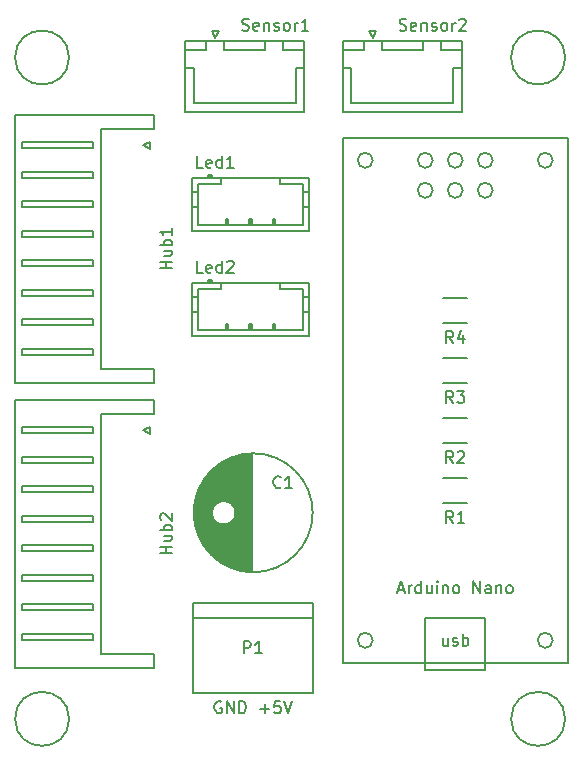
<source format=gbr>
G04 #@! TF.FileFunction,Legend,Top*
%FSLAX46Y46*%
G04 Gerber Fmt 4.6, Leading zero omitted, Abs format (unit mm)*
G04 Created by KiCad (PCBNEW 4.0.3+e1-6302~38~ubuntu15.04.1-stable) date Sat Aug 27 17:27:27 2016*
%MOMM*%
%LPD*%
G01*
G04 APERTURE LIST*
%ADD10C,0.100000*%
%ADD11C,0.150000*%
G04 APERTURE END LIST*
D10*
D11*
X74168334Y-98560000D02*
X74073096Y-98512381D01*
X73930239Y-98512381D01*
X73787381Y-98560000D01*
X73692143Y-98655238D01*
X73644524Y-98750476D01*
X73596905Y-98940952D01*
X73596905Y-99083810D01*
X73644524Y-99274286D01*
X73692143Y-99369524D01*
X73787381Y-99464762D01*
X73930239Y-99512381D01*
X74025477Y-99512381D01*
X74168334Y-99464762D01*
X74215953Y-99417143D01*
X74215953Y-99083810D01*
X74025477Y-99083810D01*
X74644524Y-99512381D02*
X74644524Y-98512381D01*
X75215953Y-99512381D01*
X75215953Y-98512381D01*
X75692143Y-99512381D02*
X75692143Y-98512381D01*
X75930238Y-98512381D01*
X76073096Y-98560000D01*
X76168334Y-98655238D01*
X76215953Y-98750476D01*
X76263572Y-98940952D01*
X76263572Y-99083810D01*
X76215953Y-99274286D01*
X76168334Y-99369524D01*
X76073096Y-99464762D01*
X75930238Y-99512381D01*
X75692143Y-99512381D01*
X77454048Y-99131429D02*
X78215953Y-99131429D01*
X77835001Y-99512381D02*
X77835001Y-98750476D01*
X79168334Y-98512381D02*
X78692143Y-98512381D01*
X78644524Y-98988571D01*
X78692143Y-98940952D01*
X78787381Y-98893333D01*
X79025477Y-98893333D01*
X79120715Y-98940952D01*
X79168334Y-98988571D01*
X79215953Y-99083810D01*
X79215953Y-99321905D01*
X79168334Y-99417143D01*
X79120715Y-99464762D01*
X79025477Y-99512381D01*
X78787381Y-99512381D01*
X78692143Y-99464762D01*
X78644524Y-99417143D01*
X79501667Y-98512381D02*
X79835000Y-99512381D01*
X80168334Y-98512381D01*
X84455000Y-50800000D02*
X103505000Y-50800000D01*
X103505000Y-50800000D02*
X103505000Y-95250000D01*
X103505000Y-95250000D02*
X84455000Y-95250000D01*
X84455000Y-95250000D02*
X84455000Y-50800000D01*
X86995000Y-93345000D02*
G75*
G03X86995000Y-93345000I-635000J0D01*
G01*
X102235000Y-93345000D02*
G75*
G03X102235000Y-93345000I-635000J0D01*
G01*
X86995000Y-52705000D02*
G75*
G03X86995000Y-52705000I-635000J0D01*
G01*
X102235000Y-52705000D02*
G75*
G03X102235000Y-52705000I-635000J0D01*
G01*
X92075000Y-52705000D02*
G75*
G03X92075000Y-52705000I-635000J0D01*
G01*
X92075000Y-55245000D02*
G75*
G03X92075000Y-55245000I-635000J0D01*
G01*
X97155000Y-55245000D02*
G75*
G03X97155000Y-55245000I-635000J0D01*
G01*
X97155000Y-52705000D02*
G75*
G03X97155000Y-52705000I-635000J0D01*
G01*
X94615000Y-52705000D02*
G75*
G03X94615000Y-52705000I-635000J0D01*
G01*
X94615000Y-55245000D02*
G75*
G03X94615000Y-55245000I-635000J0D01*
G01*
X96520000Y-91440000D02*
X91440000Y-91440000D01*
X91440000Y-95885000D02*
X96520000Y-95885000D01*
X91440000Y-95885000D02*
X91440000Y-91440000D01*
X96520000Y-91440000D02*
X96520000Y-95885000D01*
X76800000Y-87549000D02*
X76800000Y-77551000D01*
X76660000Y-87545000D02*
X76660000Y-77555000D01*
X76520000Y-87537000D02*
X76520000Y-77563000D01*
X76380000Y-87525000D02*
X76380000Y-77575000D01*
X76240000Y-87510000D02*
X76240000Y-77590000D01*
X76100000Y-87490000D02*
X76100000Y-77610000D01*
X75960000Y-87466000D02*
X75960000Y-77634000D01*
X75820000Y-87437000D02*
X75820000Y-77663000D01*
X75680000Y-87405000D02*
X75680000Y-77695000D01*
X75540000Y-87368000D02*
X75540000Y-77732000D01*
X75400000Y-87327000D02*
X75400000Y-77773000D01*
X75260000Y-87282000D02*
X75260000Y-83016000D01*
X75260000Y-82084000D02*
X75260000Y-77818000D01*
X75120000Y-87232000D02*
X75120000Y-83217000D01*
X75120000Y-81883000D02*
X75120000Y-77868000D01*
X74980000Y-87177000D02*
X74980000Y-83346000D01*
X74980000Y-81754000D02*
X74980000Y-77923000D01*
X74840000Y-87117000D02*
X74840000Y-83435000D01*
X74840000Y-81665000D02*
X74840000Y-77983000D01*
X74700000Y-87052000D02*
X74700000Y-83496000D01*
X74700000Y-81604000D02*
X74700000Y-78048000D01*
X74560000Y-86982000D02*
X74560000Y-83533000D01*
X74560000Y-81567000D02*
X74560000Y-78118000D01*
X74420000Y-86906000D02*
X74420000Y-83549000D01*
X74420000Y-81551000D02*
X74420000Y-78194000D01*
X74280000Y-86824000D02*
X74280000Y-83545000D01*
X74280000Y-81555000D02*
X74280000Y-78276000D01*
X74140000Y-86736000D02*
X74140000Y-83522000D01*
X74140000Y-81578000D02*
X74140000Y-78364000D01*
X74000000Y-86641000D02*
X74000000Y-83477000D01*
X74000000Y-81623000D02*
X74000000Y-78459000D01*
X73860000Y-86539000D02*
X73860000Y-83407000D01*
X73860000Y-81693000D02*
X73860000Y-78561000D01*
X73720000Y-86429000D02*
X73720000Y-83306000D01*
X73720000Y-81794000D02*
X73720000Y-78671000D01*
X73580000Y-86311000D02*
X73580000Y-83157000D01*
X73580000Y-81943000D02*
X73580000Y-78789000D01*
X73440000Y-86183000D02*
X73440000Y-82905000D01*
X73440000Y-82195000D02*
X73440000Y-78917000D01*
X73300000Y-86046000D02*
X73300000Y-79054000D01*
X73160000Y-85896000D02*
X73160000Y-79204000D01*
X73020000Y-85734000D02*
X73020000Y-79366000D01*
X72880000Y-85557000D02*
X72880000Y-79543000D01*
X72740000Y-85361000D02*
X72740000Y-79739000D01*
X72600000Y-85143000D02*
X72600000Y-79957000D01*
X72460000Y-84897000D02*
X72460000Y-80203000D01*
X72320000Y-84612000D02*
X72320000Y-80488000D01*
X72180000Y-84270000D02*
X72180000Y-80830000D01*
X72040000Y-83824000D02*
X72040000Y-81276000D01*
X71900000Y-83049000D02*
X71900000Y-82051000D01*
X75375000Y-82550000D02*
G75*
G03X75375000Y-82550000I-1000000J0D01*
G01*
X81912500Y-82550000D02*
G75*
G03X81912500Y-82550000I-5037500J0D01*
G01*
X56690000Y-60185000D02*
X56690000Y-48835000D01*
X56690000Y-48835000D02*
X68490000Y-48835000D01*
X68490000Y-48835000D02*
X68490000Y-50035000D01*
X68490000Y-50035000D02*
X63990000Y-50035000D01*
X63990000Y-50035000D02*
X63990000Y-60185000D01*
X56690000Y-60185000D02*
X56690000Y-71535000D01*
X56690000Y-71535000D02*
X68490000Y-71535000D01*
X68490000Y-71535000D02*
X68490000Y-70335000D01*
X68490000Y-70335000D02*
X63990000Y-70335000D01*
X63990000Y-70335000D02*
X63990000Y-60185000D01*
X63340000Y-51185000D02*
X57340000Y-51185000D01*
X57340000Y-51185000D02*
X57340000Y-51685000D01*
X57340000Y-51685000D02*
X63340000Y-51685000D01*
X63340000Y-51685000D02*
X63340000Y-51185000D01*
X63340000Y-53685000D02*
X57340000Y-53685000D01*
X57340000Y-53685000D02*
X57340000Y-54185000D01*
X57340000Y-54185000D02*
X63340000Y-54185000D01*
X63340000Y-54185000D02*
X63340000Y-53685000D01*
X63340000Y-56185000D02*
X57340000Y-56185000D01*
X57340000Y-56185000D02*
X57340000Y-56685000D01*
X57340000Y-56685000D02*
X63340000Y-56685000D01*
X63340000Y-56685000D02*
X63340000Y-56185000D01*
X63340000Y-58685000D02*
X57340000Y-58685000D01*
X57340000Y-58685000D02*
X57340000Y-59185000D01*
X57340000Y-59185000D02*
X63340000Y-59185000D01*
X63340000Y-59185000D02*
X63340000Y-58685000D01*
X63340000Y-61185000D02*
X57340000Y-61185000D01*
X57340000Y-61185000D02*
X57340000Y-61685000D01*
X57340000Y-61685000D02*
X63340000Y-61685000D01*
X63340000Y-61685000D02*
X63340000Y-61185000D01*
X63340000Y-63685000D02*
X57340000Y-63685000D01*
X57340000Y-63685000D02*
X57340000Y-64185000D01*
X57340000Y-64185000D02*
X63340000Y-64185000D01*
X63340000Y-64185000D02*
X63340000Y-63685000D01*
X63340000Y-66185000D02*
X57340000Y-66185000D01*
X57340000Y-66185000D02*
X57340000Y-66685000D01*
X57340000Y-66685000D02*
X63340000Y-66685000D01*
X63340000Y-66685000D02*
X63340000Y-66185000D01*
X63340000Y-68685000D02*
X57340000Y-68685000D01*
X57340000Y-68685000D02*
X57340000Y-69185000D01*
X57340000Y-69185000D02*
X63340000Y-69185000D01*
X63340000Y-69185000D02*
X63340000Y-68685000D01*
X67540000Y-51435000D02*
X68140000Y-51135000D01*
X68140000Y-51135000D02*
X68140000Y-51735000D01*
X68140000Y-51735000D02*
X67540000Y-51435000D01*
X56690000Y-84315000D02*
X56690000Y-72965000D01*
X56690000Y-72965000D02*
X68490000Y-72965000D01*
X68490000Y-72965000D02*
X68490000Y-74165000D01*
X68490000Y-74165000D02*
X63990000Y-74165000D01*
X63990000Y-74165000D02*
X63990000Y-84315000D01*
X56690000Y-84315000D02*
X56690000Y-95665000D01*
X56690000Y-95665000D02*
X68490000Y-95665000D01*
X68490000Y-95665000D02*
X68490000Y-94465000D01*
X68490000Y-94465000D02*
X63990000Y-94465000D01*
X63990000Y-94465000D02*
X63990000Y-84315000D01*
X63340000Y-75315000D02*
X57340000Y-75315000D01*
X57340000Y-75315000D02*
X57340000Y-75815000D01*
X57340000Y-75815000D02*
X63340000Y-75815000D01*
X63340000Y-75815000D02*
X63340000Y-75315000D01*
X63340000Y-77815000D02*
X57340000Y-77815000D01*
X57340000Y-77815000D02*
X57340000Y-78315000D01*
X57340000Y-78315000D02*
X63340000Y-78315000D01*
X63340000Y-78315000D02*
X63340000Y-77815000D01*
X63340000Y-80315000D02*
X57340000Y-80315000D01*
X57340000Y-80315000D02*
X57340000Y-80815000D01*
X57340000Y-80815000D02*
X63340000Y-80815000D01*
X63340000Y-80815000D02*
X63340000Y-80315000D01*
X63340000Y-82815000D02*
X57340000Y-82815000D01*
X57340000Y-82815000D02*
X57340000Y-83315000D01*
X57340000Y-83315000D02*
X63340000Y-83315000D01*
X63340000Y-83315000D02*
X63340000Y-82815000D01*
X63340000Y-85315000D02*
X57340000Y-85315000D01*
X57340000Y-85315000D02*
X57340000Y-85815000D01*
X57340000Y-85815000D02*
X63340000Y-85815000D01*
X63340000Y-85815000D02*
X63340000Y-85315000D01*
X63340000Y-87815000D02*
X57340000Y-87815000D01*
X57340000Y-87815000D02*
X57340000Y-88315000D01*
X57340000Y-88315000D02*
X63340000Y-88315000D01*
X63340000Y-88315000D02*
X63340000Y-87815000D01*
X63340000Y-90315000D02*
X57340000Y-90315000D01*
X57340000Y-90315000D02*
X57340000Y-90815000D01*
X57340000Y-90815000D02*
X63340000Y-90815000D01*
X63340000Y-90815000D02*
X63340000Y-90315000D01*
X63340000Y-92815000D02*
X57340000Y-92815000D01*
X57340000Y-92815000D02*
X57340000Y-93315000D01*
X57340000Y-93315000D02*
X63340000Y-93315000D01*
X63340000Y-93315000D02*
X63340000Y-92815000D01*
X67540000Y-75565000D02*
X68140000Y-75265000D01*
X68140000Y-75265000D02*
X68140000Y-75865000D01*
X68140000Y-75865000D02*
X67540000Y-75565000D01*
X71710000Y-58680000D02*
X71710000Y-54180000D01*
X71710000Y-54180000D02*
X81610000Y-54180000D01*
X81610000Y-54180000D02*
X81610000Y-58680000D01*
X81610000Y-58680000D02*
X71710000Y-58680000D01*
X74160000Y-54180000D02*
X74160000Y-54680000D01*
X74160000Y-54680000D02*
X72210000Y-54680000D01*
X72210000Y-54680000D02*
X72210000Y-58180000D01*
X72210000Y-58180000D02*
X81110000Y-58180000D01*
X81110000Y-58180000D02*
X81110000Y-54680000D01*
X81110000Y-54680000D02*
X79160000Y-54680000D01*
X79160000Y-54680000D02*
X79160000Y-54180000D01*
X71710000Y-55380000D02*
X72210000Y-55380000D01*
X71710000Y-56680000D02*
X72210000Y-56680000D01*
X81110000Y-55380000D02*
X81610000Y-55380000D01*
X81110000Y-56680000D02*
X81610000Y-56680000D01*
X73360000Y-54180000D02*
X73360000Y-53980000D01*
X73360000Y-53980000D02*
X73060000Y-53980000D01*
X73060000Y-53980000D02*
X73060000Y-54180000D01*
X73360000Y-54080000D02*
X73060000Y-54080000D01*
X74560000Y-58180000D02*
X74560000Y-57680000D01*
X74560000Y-57680000D02*
X74760000Y-57680000D01*
X74760000Y-57680000D02*
X74760000Y-58180000D01*
X74660000Y-58180000D02*
X74660000Y-57680000D01*
X76560000Y-58180000D02*
X76560000Y-57680000D01*
X76560000Y-57680000D02*
X76760000Y-57680000D01*
X76760000Y-57680000D02*
X76760000Y-58180000D01*
X76660000Y-58180000D02*
X76660000Y-57680000D01*
X78560000Y-58180000D02*
X78560000Y-57680000D01*
X78560000Y-57680000D02*
X78760000Y-57680000D01*
X78760000Y-57680000D02*
X78760000Y-58180000D01*
X78660000Y-58180000D02*
X78660000Y-57680000D01*
X71710000Y-67570000D02*
X71710000Y-63070000D01*
X71710000Y-63070000D02*
X81610000Y-63070000D01*
X81610000Y-63070000D02*
X81610000Y-67570000D01*
X81610000Y-67570000D02*
X71710000Y-67570000D01*
X74160000Y-63070000D02*
X74160000Y-63570000D01*
X74160000Y-63570000D02*
X72210000Y-63570000D01*
X72210000Y-63570000D02*
X72210000Y-67070000D01*
X72210000Y-67070000D02*
X81110000Y-67070000D01*
X81110000Y-67070000D02*
X81110000Y-63570000D01*
X81110000Y-63570000D02*
X79160000Y-63570000D01*
X79160000Y-63570000D02*
X79160000Y-63070000D01*
X71710000Y-64270000D02*
X72210000Y-64270000D01*
X71710000Y-65570000D02*
X72210000Y-65570000D01*
X81110000Y-64270000D02*
X81610000Y-64270000D01*
X81110000Y-65570000D02*
X81610000Y-65570000D01*
X73360000Y-63070000D02*
X73360000Y-62870000D01*
X73360000Y-62870000D02*
X73060000Y-62870000D01*
X73060000Y-62870000D02*
X73060000Y-63070000D01*
X73360000Y-62970000D02*
X73060000Y-62970000D01*
X74560000Y-67070000D02*
X74560000Y-66570000D01*
X74560000Y-66570000D02*
X74760000Y-66570000D01*
X74760000Y-66570000D02*
X74760000Y-67070000D01*
X74660000Y-67070000D02*
X74660000Y-66570000D01*
X76560000Y-67070000D02*
X76560000Y-66570000D01*
X76560000Y-66570000D02*
X76760000Y-66570000D01*
X76760000Y-66570000D02*
X76760000Y-67070000D01*
X76660000Y-67070000D02*
X76660000Y-66570000D01*
X78560000Y-67070000D02*
X78560000Y-66570000D01*
X78560000Y-66570000D02*
X78760000Y-66570000D01*
X78760000Y-66570000D02*
X78760000Y-67070000D01*
X78660000Y-67070000D02*
X78660000Y-66570000D01*
X71755000Y-91440000D02*
X81915000Y-91440000D01*
X71755000Y-90170000D02*
X71755000Y-97790000D01*
X71755000Y-97790000D02*
X81915000Y-97790000D01*
X81915000Y-97790000D02*
X81915000Y-90170000D01*
X81915000Y-90170000D02*
X71755000Y-90170000D01*
X92980000Y-79570000D02*
X94980000Y-79570000D01*
X94980000Y-81720000D02*
X92980000Y-81720000D01*
X92980000Y-74490000D02*
X94980000Y-74490000D01*
X94980000Y-76640000D02*
X92980000Y-76640000D01*
X92980000Y-69410000D02*
X94980000Y-69410000D01*
X94980000Y-71560000D02*
X92980000Y-71560000D01*
X92980000Y-64330000D02*
X94980000Y-64330000D01*
X94980000Y-66480000D02*
X92980000Y-66480000D01*
X71110000Y-42635000D02*
X71110000Y-48585000D01*
X71110000Y-48585000D02*
X81210000Y-48585000D01*
X81210000Y-48585000D02*
X81210000Y-42635000D01*
X81210000Y-42635000D02*
X71110000Y-42635000D01*
X74410000Y-42635000D02*
X74410000Y-43385000D01*
X74410000Y-43385000D02*
X77910000Y-43385000D01*
X77910000Y-43385000D02*
X77910000Y-42635000D01*
X77910000Y-42635000D02*
X74410000Y-42635000D01*
X71110000Y-42635000D02*
X71110000Y-43385000D01*
X71110000Y-43385000D02*
X72910000Y-43385000D01*
X72910000Y-43385000D02*
X72910000Y-42635000D01*
X72910000Y-42635000D02*
X71110000Y-42635000D01*
X79410000Y-42635000D02*
X79410000Y-43385000D01*
X79410000Y-43385000D02*
X81210000Y-43385000D01*
X81210000Y-43385000D02*
X81210000Y-42635000D01*
X81210000Y-42635000D02*
X79410000Y-42635000D01*
X71110000Y-44885000D02*
X71860000Y-44885000D01*
X71860000Y-44885000D02*
X71860000Y-47835000D01*
X71860000Y-47835000D02*
X76160000Y-47835000D01*
X81210000Y-44885000D02*
X80460000Y-44885000D01*
X80460000Y-44885000D02*
X80460000Y-47835000D01*
X80460000Y-47835000D02*
X76160000Y-47835000D01*
X73660000Y-42335000D02*
X73360000Y-41735000D01*
X73360000Y-41735000D02*
X73960000Y-41735000D01*
X73960000Y-41735000D02*
X73660000Y-42335000D01*
X84445000Y-42635000D02*
X84445000Y-48585000D01*
X84445000Y-48585000D02*
X94545000Y-48585000D01*
X94545000Y-48585000D02*
X94545000Y-42635000D01*
X94545000Y-42635000D02*
X84445000Y-42635000D01*
X87745000Y-42635000D02*
X87745000Y-43385000D01*
X87745000Y-43385000D02*
X91245000Y-43385000D01*
X91245000Y-43385000D02*
X91245000Y-42635000D01*
X91245000Y-42635000D02*
X87745000Y-42635000D01*
X84445000Y-42635000D02*
X84445000Y-43385000D01*
X84445000Y-43385000D02*
X86245000Y-43385000D01*
X86245000Y-43385000D02*
X86245000Y-42635000D01*
X86245000Y-42635000D02*
X84445000Y-42635000D01*
X92745000Y-42635000D02*
X92745000Y-43385000D01*
X92745000Y-43385000D02*
X94545000Y-43385000D01*
X94545000Y-43385000D02*
X94545000Y-42635000D01*
X94545000Y-42635000D02*
X92745000Y-42635000D01*
X84445000Y-44885000D02*
X85195000Y-44885000D01*
X85195000Y-44885000D02*
X85195000Y-47835000D01*
X85195000Y-47835000D02*
X89495000Y-47835000D01*
X94545000Y-44885000D02*
X93795000Y-44885000D01*
X93795000Y-44885000D02*
X93795000Y-47835000D01*
X93795000Y-47835000D02*
X89495000Y-47835000D01*
X86995000Y-42335000D02*
X86695000Y-41735000D01*
X86695000Y-41735000D02*
X87295000Y-41735000D01*
X87295000Y-41735000D02*
X86995000Y-42335000D01*
X61286000Y-44000000D02*
G75*
G03X61286000Y-44000000I-2286000J0D01*
G01*
X103286000Y-44000000D02*
G75*
G03X103286000Y-44000000I-2286000J0D01*
G01*
X61286000Y-100000000D02*
G75*
G03X61286000Y-100000000I-2286000J0D01*
G01*
X103286000Y-100000000D02*
G75*
G03X103286000Y-100000000I-2286000J0D01*
G01*
X89122857Y-89066667D02*
X89599048Y-89066667D01*
X89027619Y-89352381D02*
X89360952Y-88352381D01*
X89694286Y-89352381D01*
X90027619Y-89352381D02*
X90027619Y-88685714D01*
X90027619Y-88876190D02*
X90075238Y-88780952D01*
X90122857Y-88733333D01*
X90218095Y-88685714D01*
X90313334Y-88685714D01*
X91075239Y-89352381D02*
X91075239Y-88352381D01*
X91075239Y-89304762D02*
X90980001Y-89352381D01*
X90789524Y-89352381D01*
X90694286Y-89304762D01*
X90646667Y-89257143D01*
X90599048Y-89161905D01*
X90599048Y-88876190D01*
X90646667Y-88780952D01*
X90694286Y-88733333D01*
X90789524Y-88685714D01*
X90980001Y-88685714D01*
X91075239Y-88733333D01*
X91980001Y-88685714D02*
X91980001Y-89352381D01*
X91551429Y-88685714D02*
X91551429Y-89209524D01*
X91599048Y-89304762D01*
X91694286Y-89352381D01*
X91837144Y-89352381D01*
X91932382Y-89304762D01*
X91980001Y-89257143D01*
X92456191Y-89352381D02*
X92456191Y-88685714D01*
X92456191Y-88352381D02*
X92408572Y-88400000D01*
X92456191Y-88447619D01*
X92503810Y-88400000D01*
X92456191Y-88352381D01*
X92456191Y-88447619D01*
X92932381Y-88685714D02*
X92932381Y-89352381D01*
X92932381Y-88780952D02*
X92980000Y-88733333D01*
X93075238Y-88685714D01*
X93218096Y-88685714D01*
X93313334Y-88733333D01*
X93360953Y-88828571D01*
X93360953Y-89352381D01*
X93980000Y-89352381D02*
X93884762Y-89304762D01*
X93837143Y-89257143D01*
X93789524Y-89161905D01*
X93789524Y-88876190D01*
X93837143Y-88780952D01*
X93884762Y-88733333D01*
X93980000Y-88685714D01*
X94122858Y-88685714D01*
X94218096Y-88733333D01*
X94265715Y-88780952D01*
X94313334Y-88876190D01*
X94313334Y-89161905D01*
X94265715Y-89257143D01*
X94218096Y-89304762D01*
X94122858Y-89352381D01*
X93980000Y-89352381D01*
X95503810Y-89352381D02*
X95503810Y-88352381D01*
X96075239Y-89352381D01*
X96075239Y-88352381D01*
X96980001Y-89352381D02*
X96980001Y-88828571D01*
X96932382Y-88733333D01*
X96837144Y-88685714D01*
X96646667Y-88685714D01*
X96551429Y-88733333D01*
X96980001Y-89304762D02*
X96884763Y-89352381D01*
X96646667Y-89352381D01*
X96551429Y-89304762D01*
X96503810Y-89209524D01*
X96503810Y-89114286D01*
X96551429Y-89019048D01*
X96646667Y-88971429D01*
X96884763Y-88971429D01*
X96980001Y-88923810D01*
X97456191Y-88685714D02*
X97456191Y-89352381D01*
X97456191Y-88780952D02*
X97503810Y-88733333D01*
X97599048Y-88685714D01*
X97741906Y-88685714D01*
X97837144Y-88733333D01*
X97884763Y-88828571D01*
X97884763Y-89352381D01*
X98503810Y-89352381D02*
X98408572Y-89304762D01*
X98360953Y-89257143D01*
X98313334Y-89161905D01*
X98313334Y-88876190D01*
X98360953Y-88780952D01*
X98408572Y-88733333D01*
X98503810Y-88685714D01*
X98646668Y-88685714D01*
X98741906Y-88733333D01*
X98789525Y-88780952D01*
X98837144Y-88876190D01*
X98837144Y-89161905D01*
X98789525Y-89257143D01*
X98741906Y-89304762D01*
X98646668Y-89352381D01*
X98503810Y-89352381D01*
X93337143Y-93130714D02*
X93337143Y-93797381D01*
X92908571Y-93130714D02*
X92908571Y-93654524D01*
X92956190Y-93749762D01*
X93051428Y-93797381D01*
X93194286Y-93797381D01*
X93289524Y-93749762D01*
X93337143Y-93702143D01*
X93765714Y-93749762D02*
X93860952Y-93797381D01*
X94051428Y-93797381D01*
X94146667Y-93749762D01*
X94194286Y-93654524D01*
X94194286Y-93606905D01*
X94146667Y-93511667D01*
X94051428Y-93464048D01*
X93908571Y-93464048D01*
X93813333Y-93416429D01*
X93765714Y-93321190D01*
X93765714Y-93273571D01*
X93813333Y-93178333D01*
X93908571Y-93130714D01*
X94051428Y-93130714D01*
X94146667Y-93178333D01*
X94622857Y-93797381D02*
X94622857Y-92797381D01*
X94622857Y-93178333D02*
X94718095Y-93130714D01*
X94908572Y-93130714D01*
X95003810Y-93178333D01*
X95051429Y-93225952D01*
X95099048Y-93321190D01*
X95099048Y-93606905D01*
X95051429Y-93702143D01*
X95003810Y-93749762D01*
X94908572Y-93797381D01*
X94718095Y-93797381D01*
X94622857Y-93749762D01*
X79208334Y-80367143D02*
X79160715Y-80414762D01*
X79017858Y-80462381D01*
X78922620Y-80462381D01*
X78779762Y-80414762D01*
X78684524Y-80319524D01*
X78636905Y-80224286D01*
X78589286Y-80033810D01*
X78589286Y-79890952D01*
X78636905Y-79700476D01*
X78684524Y-79605238D01*
X78779762Y-79510000D01*
X78922620Y-79462381D01*
X79017858Y-79462381D01*
X79160715Y-79510000D01*
X79208334Y-79557619D01*
X80160715Y-80462381D02*
X79589286Y-80462381D01*
X79875000Y-80462381D02*
X79875000Y-79462381D01*
X79779762Y-79605238D01*
X79684524Y-79700476D01*
X79589286Y-79748095D01*
X69992381Y-61851667D02*
X68992381Y-61851667D01*
X69468571Y-61851667D02*
X69468571Y-61280238D01*
X69992381Y-61280238D02*
X68992381Y-61280238D01*
X69325714Y-60375476D02*
X69992381Y-60375476D01*
X69325714Y-60804048D02*
X69849524Y-60804048D01*
X69944762Y-60756429D01*
X69992381Y-60661191D01*
X69992381Y-60518333D01*
X69944762Y-60423095D01*
X69897143Y-60375476D01*
X69992381Y-59899286D02*
X68992381Y-59899286D01*
X69373333Y-59899286D02*
X69325714Y-59804048D01*
X69325714Y-59613571D01*
X69373333Y-59518333D01*
X69420952Y-59470714D01*
X69516190Y-59423095D01*
X69801905Y-59423095D01*
X69897143Y-59470714D01*
X69944762Y-59518333D01*
X69992381Y-59613571D01*
X69992381Y-59804048D01*
X69944762Y-59899286D01*
X69992381Y-58470714D02*
X69992381Y-59042143D01*
X69992381Y-58756429D02*
X68992381Y-58756429D01*
X69135238Y-58851667D01*
X69230476Y-58946905D01*
X69278095Y-59042143D01*
X69992381Y-85981667D02*
X68992381Y-85981667D01*
X69468571Y-85981667D02*
X69468571Y-85410238D01*
X69992381Y-85410238D02*
X68992381Y-85410238D01*
X69325714Y-84505476D02*
X69992381Y-84505476D01*
X69325714Y-84934048D02*
X69849524Y-84934048D01*
X69944762Y-84886429D01*
X69992381Y-84791191D01*
X69992381Y-84648333D01*
X69944762Y-84553095D01*
X69897143Y-84505476D01*
X69992381Y-84029286D02*
X68992381Y-84029286D01*
X69373333Y-84029286D02*
X69325714Y-83934048D01*
X69325714Y-83743571D01*
X69373333Y-83648333D01*
X69420952Y-83600714D01*
X69516190Y-83553095D01*
X69801905Y-83553095D01*
X69897143Y-83600714D01*
X69944762Y-83648333D01*
X69992381Y-83743571D01*
X69992381Y-83934048D01*
X69944762Y-84029286D01*
X69087619Y-83172143D02*
X69040000Y-83124524D01*
X68992381Y-83029286D01*
X68992381Y-82791190D01*
X69040000Y-82695952D01*
X69087619Y-82648333D01*
X69182857Y-82600714D01*
X69278095Y-82600714D01*
X69420952Y-82648333D01*
X69992381Y-83219762D01*
X69992381Y-82600714D01*
X72612381Y-53332381D02*
X72136190Y-53332381D01*
X72136190Y-52332381D01*
X73326667Y-53284762D02*
X73231429Y-53332381D01*
X73040952Y-53332381D01*
X72945714Y-53284762D01*
X72898095Y-53189524D01*
X72898095Y-52808571D01*
X72945714Y-52713333D01*
X73040952Y-52665714D01*
X73231429Y-52665714D01*
X73326667Y-52713333D01*
X73374286Y-52808571D01*
X73374286Y-52903810D01*
X72898095Y-52999048D01*
X74231429Y-53332381D02*
X74231429Y-52332381D01*
X74231429Y-53284762D02*
X74136191Y-53332381D01*
X73945714Y-53332381D01*
X73850476Y-53284762D01*
X73802857Y-53237143D01*
X73755238Y-53141905D01*
X73755238Y-52856190D01*
X73802857Y-52760952D01*
X73850476Y-52713333D01*
X73945714Y-52665714D01*
X74136191Y-52665714D01*
X74231429Y-52713333D01*
X75231429Y-53332381D02*
X74660000Y-53332381D01*
X74945714Y-53332381D02*
X74945714Y-52332381D01*
X74850476Y-52475238D01*
X74755238Y-52570476D01*
X74660000Y-52618095D01*
X72612381Y-62222381D02*
X72136190Y-62222381D01*
X72136190Y-61222381D01*
X73326667Y-62174762D02*
X73231429Y-62222381D01*
X73040952Y-62222381D01*
X72945714Y-62174762D01*
X72898095Y-62079524D01*
X72898095Y-61698571D01*
X72945714Y-61603333D01*
X73040952Y-61555714D01*
X73231429Y-61555714D01*
X73326667Y-61603333D01*
X73374286Y-61698571D01*
X73374286Y-61793810D01*
X72898095Y-61889048D01*
X74231429Y-62222381D02*
X74231429Y-61222381D01*
X74231429Y-62174762D02*
X74136191Y-62222381D01*
X73945714Y-62222381D01*
X73850476Y-62174762D01*
X73802857Y-62127143D01*
X73755238Y-62031905D01*
X73755238Y-61746190D01*
X73802857Y-61650952D01*
X73850476Y-61603333D01*
X73945714Y-61555714D01*
X74136191Y-61555714D01*
X74231429Y-61603333D01*
X74660000Y-61317619D02*
X74707619Y-61270000D01*
X74802857Y-61222381D01*
X75040953Y-61222381D01*
X75136191Y-61270000D01*
X75183810Y-61317619D01*
X75231429Y-61412857D01*
X75231429Y-61508095D01*
X75183810Y-61650952D01*
X74612381Y-62222381D01*
X75231429Y-62222381D01*
X76096905Y-94432381D02*
X76096905Y-93432381D01*
X76477858Y-93432381D01*
X76573096Y-93480000D01*
X76620715Y-93527619D01*
X76668334Y-93622857D01*
X76668334Y-93765714D01*
X76620715Y-93860952D01*
X76573096Y-93908571D01*
X76477858Y-93956190D01*
X76096905Y-93956190D01*
X77620715Y-94432381D02*
X77049286Y-94432381D01*
X77335000Y-94432381D02*
X77335000Y-93432381D01*
X77239762Y-93575238D01*
X77144524Y-93670476D01*
X77049286Y-93718095D01*
X93813334Y-83397381D02*
X93480000Y-82921190D01*
X93241905Y-83397381D02*
X93241905Y-82397381D01*
X93622858Y-82397381D01*
X93718096Y-82445000D01*
X93765715Y-82492619D01*
X93813334Y-82587857D01*
X93813334Y-82730714D01*
X93765715Y-82825952D01*
X93718096Y-82873571D01*
X93622858Y-82921190D01*
X93241905Y-82921190D01*
X94765715Y-83397381D02*
X94194286Y-83397381D01*
X94480000Y-83397381D02*
X94480000Y-82397381D01*
X94384762Y-82540238D01*
X94289524Y-82635476D01*
X94194286Y-82683095D01*
X93813334Y-78317381D02*
X93480000Y-77841190D01*
X93241905Y-78317381D02*
X93241905Y-77317381D01*
X93622858Y-77317381D01*
X93718096Y-77365000D01*
X93765715Y-77412619D01*
X93813334Y-77507857D01*
X93813334Y-77650714D01*
X93765715Y-77745952D01*
X93718096Y-77793571D01*
X93622858Y-77841190D01*
X93241905Y-77841190D01*
X94194286Y-77412619D02*
X94241905Y-77365000D01*
X94337143Y-77317381D01*
X94575239Y-77317381D01*
X94670477Y-77365000D01*
X94718096Y-77412619D01*
X94765715Y-77507857D01*
X94765715Y-77603095D01*
X94718096Y-77745952D01*
X94146667Y-78317381D01*
X94765715Y-78317381D01*
X93813334Y-73237381D02*
X93480000Y-72761190D01*
X93241905Y-73237381D02*
X93241905Y-72237381D01*
X93622858Y-72237381D01*
X93718096Y-72285000D01*
X93765715Y-72332619D01*
X93813334Y-72427857D01*
X93813334Y-72570714D01*
X93765715Y-72665952D01*
X93718096Y-72713571D01*
X93622858Y-72761190D01*
X93241905Y-72761190D01*
X94146667Y-72237381D02*
X94765715Y-72237381D01*
X94432381Y-72618333D01*
X94575239Y-72618333D01*
X94670477Y-72665952D01*
X94718096Y-72713571D01*
X94765715Y-72808810D01*
X94765715Y-73046905D01*
X94718096Y-73142143D01*
X94670477Y-73189762D01*
X94575239Y-73237381D01*
X94289524Y-73237381D01*
X94194286Y-73189762D01*
X94146667Y-73142143D01*
X93813334Y-68157381D02*
X93480000Y-67681190D01*
X93241905Y-68157381D02*
X93241905Y-67157381D01*
X93622858Y-67157381D01*
X93718096Y-67205000D01*
X93765715Y-67252619D01*
X93813334Y-67347857D01*
X93813334Y-67490714D01*
X93765715Y-67585952D01*
X93718096Y-67633571D01*
X93622858Y-67681190D01*
X93241905Y-67681190D01*
X94670477Y-67490714D02*
X94670477Y-68157381D01*
X94432381Y-67109762D02*
X94194286Y-67824048D01*
X94813334Y-67824048D01*
X75930476Y-41679762D02*
X76073333Y-41727381D01*
X76311429Y-41727381D01*
X76406667Y-41679762D01*
X76454286Y-41632143D01*
X76501905Y-41536905D01*
X76501905Y-41441667D01*
X76454286Y-41346429D01*
X76406667Y-41298810D01*
X76311429Y-41251190D01*
X76120952Y-41203571D01*
X76025714Y-41155952D01*
X75978095Y-41108333D01*
X75930476Y-41013095D01*
X75930476Y-40917857D01*
X75978095Y-40822619D01*
X76025714Y-40775000D01*
X76120952Y-40727381D01*
X76359048Y-40727381D01*
X76501905Y-40775000D01*
X77311429Y-41679762D02*
X77216191Y-41727381D01*
X77025714Y-41727381D01*
X76930476Y-41679762D01*
X76882857Y-41584524D01*
X76882857Y-41203571D01*
X76930476Y-41108333D01*
X77025714Y-41060714D01*
X77216191Y-41060714D01*
X77311429Y-41108333D01*
X77359048Y-41203571D01*
X77359048Y-41298810D01*
X76882857Y-41394048D01*
X77787619Y-41060714D02*
X77787619Y-41727381D01*
X77787619Y-41155952D02*
X77835238Y-41108333D01*
X77930476Y-41060714D01*
X78073334Y-41060714D01*
X78168572Y-41108333D01*
X78216191Y-41203571D01*
X78216191Y-41727381D01*
X78644762Y-41679762D02*
X78740000Y-41727381D01*
X78930476Y-41727381D01*
X79025715Y-41679762D01*
X79073334Y-41584524D01*
X79073334Y-41536905D01*
X79025715Y-41441667D01*
X78930476Y-41394048D01*
X78787619Y-41394048D01*
X78692381Y-41346429D01*
X78644762Y-41251190D01*
X78644762Y-41203571D01*
X78692381Y-41108333D01*
X78787619Y-41060714D01*
X78930476Y-41060714D01*
X79025715Y-41108333D01*
X79644762Y-41727381D02*
X79549524Y-41679762D01*
X79501905Y-41632143D01*
X79454286Y-41536905D01*
X79454286Y-41251190D01*
X79501905Y-41155952D01*
X79549524Y-41108333D01*
X79644762Y-41060714D01*
X79787620Y-41060714D01*
X79882858Y-41108333D01*
X79930477Y-41155952D01*
X79978096Y-41251190D01*
X79978096Y-41536905D01*
X79930477Y-41632143D01*
X79882858Y-41679762D01*
X79787620Y-41727381D01*
X79644762Y-41727381D01*
X80406667Y-41727381D02*
X80406667Y-41060714D01*
X80406667Y-41251190D02*
X80454286Y-41155952D01*
X80501905Y-41108333D01*
X80597143Y-41060714D01*
X80692382Y-41060714D01*
X81549525Y-41727381D02*
X80978096Y-41727381D01*
X81263810Y-41727381D02*
X81263810Y-40727381D01*
X81168572Y-40870238D01*
X81073334Y-40965476D01*
X80978096Y-41013095D01*
X89265476Y-41679762D02*
X89408333Y-41727381D01*
X89646429Y-41727381D01*
X89741667Y-41679762D01*
X89789286Y-41632143D01*
X89836905Y-41536905D01*
X89836905Y-41441667D01*
X89789286Y-41346429D01*
X89741667Y-41298810D01*
X89646429Y-41251190D01*
X89455952Y-41203571D01*
X89360714Y-41155952D01*
X89313095Y-41108333D01*
X89265476Y-41013095D01*
X89265476Y-40917857D01*
X89313095Y-40822619D01*
X89360714Y-40775000D01*
X89455952Y-40727381D01*
X89694048Y-40727381D01*
X89836905Y-40775000D01*
X90646429Y-41679762D02*
X90551191Y-41727381D01*
X90360714Y-41727381D01*
X90265476Y-41679762D01*
X90217857Y-41584524D01*
X90217857Y-41203571D01*
X90265476Y-41108333D01*
X90360714Y-41060714D01*
X90551191Y-41060714D01*
X90646429Y-41108333D01*
X90694048Y-41203571D01*
X90694048Y-41298810D01*
X90217857Y-41394048D01*
X91122619Y-41060714D02*
X91122619Y-41727381D01*
X91122619Y-41155952D02*
X91170238Y-41108333D01*
X91265476Y-41060714D01*
X91408334Y-41060714D01*
X91503572Y-41108333D01*
X91551191Y-41203571D01*
X91551191Y-41727381D01*
X91979762Y-41679762D02*
X92075000Y-41727381D01*
X92265476Y-41727381D01*
X92360715Y-41679762D01*
X92408334Y-41584524D01*
X92408334Y-41536905D01*
X92360715Y-41441667D01*
X92265476Y-41394048D01*
X92122619Y-41394048D01*
X92027381Y-41346429D01*
X91979762Y-41251190D01*
X91979762Y-41203571D01*
X92027381Y-41108333D01*
X92122619Y-41060714D01*
X92265476Y-41060714D01*
X92360715Y-41108333D01*
X92979762Y-41727381D02*
X92884524Y-41679762D01*
X92836905Y-41632143D01*
X92789286Y-41536905D01*
X92789286Y-41251190D01*
X92836905Y-41155952D01*
X92884524Y-41108333D01*
X92979762Y-41060714D01*
X93122620Y-41060714D01*
X93217858Y-41108333D01*
X93265477Y-41155952D01*
X93313096Y-41251190D01*
X93313096Y-41536905D01*
X93265477Y-41632143D01*
X93217858Y-41679762D01*
X93122620Y-41727381D01*
X92979762Y-41727381D01*
X93741667Y-41727381D02*
X93741667Y-41060714D01*
X93741667Y-41251190D02*
X93789286Y-41155952D01*
X93836905Y-41108333D01*
X93932143Y-41060714D01*
X94027382Y-41060714D01*
X94313096Y-40822619D02*
X94360715Y-40775000D01*
X94455953Y-40727381D01*
X94694049Y-40727381D01*
X94789287Y-40775000D01*
X94836906Y-40822619D01*
X94884525Y-40917857D01*
X94884525Y-41013095D01*
X94836906Y-41155952D01*
X94265477Y-41727381D01*
X94884525Y-41727381D01*
M02*

</source>
